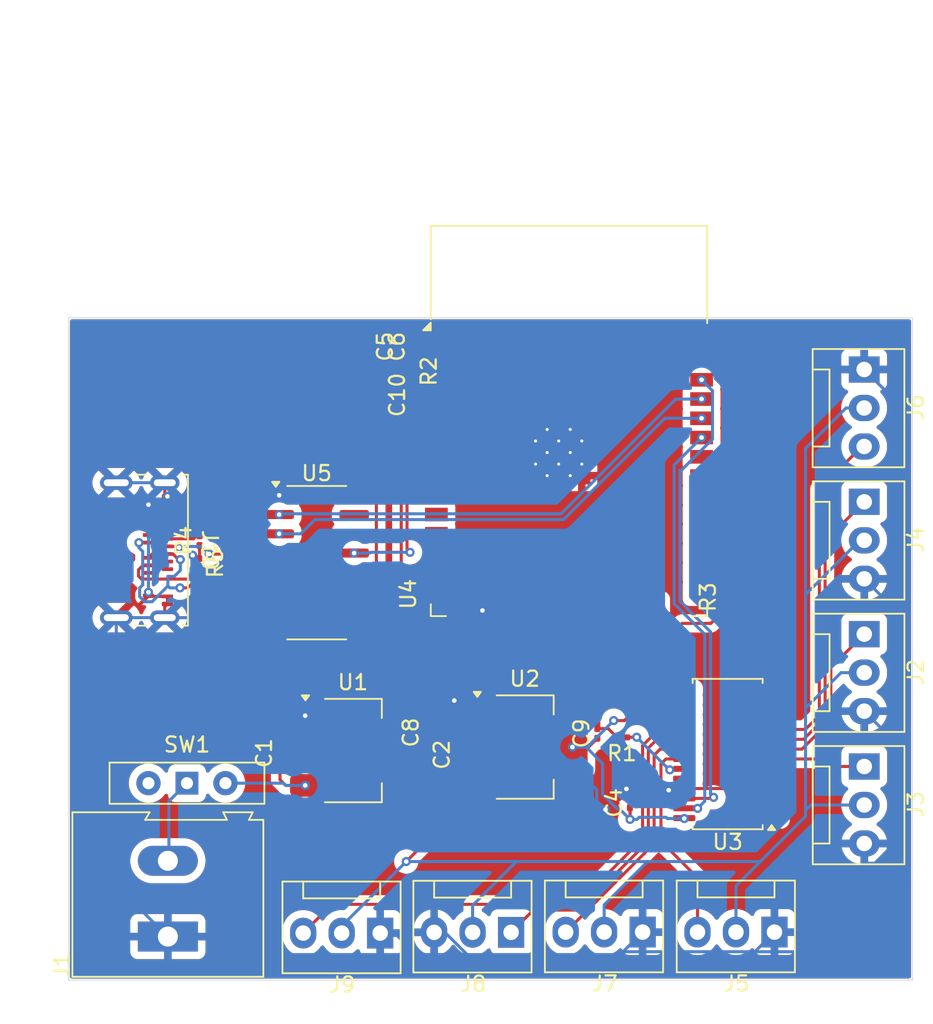
<source format=kicad_pcb>
(kicad_pcb (version 20241229) (generator "pcbnew") (generator_version "9.0")
  (layers (0 "F.Cu" signal) (2 "B.Cu" signal) (13 "F.Paste" user) (15 "B.Paste" user) (5 "F.SilkS" user "F.Silkscreen") (7 "B.SilkS" user "B.Silkscreen") (1 "F.Mask" user) (3 "B.Mask" user) (25 "Edge.Cuts" user))
  (net 0 "")
  (net 1 "GND")
  (net 2 "/12v")
  (net 3 "/5v")
  (net 4 "/EN")
  (net 5 "/3.3v")
  (net 6 "/2")
  (net 7 "/3")
  (net 8 "/4")
  (net 9 "/5")
  (net 10 "/6")
  (net 11 "/7")
  (net 12 "/D-")
  (net 13 "Net-(J10-CC2)")
  (net 14 "Net-(J10-CC1)")
  (net 16 "Net-(SW1-A)")
  (net 17 "/D+")
  (net 19 "/OE")
  (net 20 "/BOOT")
  (net 21 "/8")
  (net 23 "/SDA")
  (net 25 "/9")
  (net 30 "/SCL")
  (net 39 "/DTR")
  (net 48 "/TX")
  (net 65 "/RX")
  (footprint "Connector_USB:USB_C_Receptacle_Amphenol_124019772112A" (layer "F.Cu") (at 136.33 94.14 -90)
    (property "Reference" "J10")
    (property "Value" "USB_C_Receptacle_USB2.0_16P")
  )
  (footprint "Resistor_SMD:R_0201_0603Metric" (layer "F.Cu") (at 141.63 95.01 -90)
    (property "Reference" "R5")
    (property "Value" "5.1k")
  )
  (footprint "Capacitor_SMD:C_0201_0603Metric" (layer "F.Cu") (at 170.05 110.81 90)
    (property "Reference" "C4")
    (property "Value" "0.1 uF")
  )
  (footprint "Resistor_SMD:R_0201_0603Metric" (layer "F.Cu") (at 169.52 106.49 180)
    (property "Reference" "R1")
    (property "Value" "10k")
  )
  (footprint "Capacitor_SMD:C_0201_0603Metric" (layer "F.Cu") (at 155.74 83.9 90)
    (property "Reference" "C10")
    (property "Value" "0.1 uF")
  )
  (footprint "Connector:FanPinHeader_1x03_P2.54mm_Vertical" (layer "F.Cu") (at 185.515 99.68 -90)
    (property "Reference" "J2")
    (property "Value" "Conn_01x03_Pin")
  )
  (footprint "TerminalBlock:TerminalBlock_Altech_AK300-2_P5.00mm" (layer "F.Cu") (at 139.56 119.63 90)
    (property "Reference" "J1")
    (property "Value" "Screw_Terminal_01x02")
  )
  (footprint "Resistor_SMD:R_0201_0603Metric" (layer "F.Cu") (at 155.73 82.34 -90)
    (property "Reference" "R2")
    (property "Value" "10k")
  )
  (footprint "Capacitor_SMD:C_0201_0603Metric" (layer "F.Cu") (at 156.59 107.64 -90)
    (property "Reference" "C2")
    (property "Value" "10 uF")
  )
  (footprint "Capacitor_SMD:C_0201_0603Metric" (layer "F.Cu") (at 146.96 107.53 90)
    (property "Reference" "C1")
    (property "Value" "10 uF")
  )
  (footprint "Connector:FanPinHeader_1x03_P2.54mm_Vertical" (layer "F.Cu") (at 153.57 119.4 180)
    (property "Reference" "J9")
    (property "Value" "Conn_01x03_Pin")
  )
  (footprint "Resistor_SMD:R_0201_0603Metric" (layer "F.Cu") (at 141.65 93.51 90)
    (property "Reference" "R4")
    (property "Value" "5.1k")
  )
  (footprint "Capacitor_SMD:C_0201_0603Metric" (layer "F.Cu") (at 156.64 106.17 90)
    (property "Reference" "C8")
    (property "Value" "0.1 mF")
  )
  (footprint "Capacitor_SMD:C_0201_0603Metric" (layer "F.Cu") (at 154.94 80.71 90)
    (property "Reference" "C5")
    (property "Value" "22 uF")
  )
  (footprint "Package_TO_SOT_SMD:SOT-223-3_TabPin2" (layer "F.Cu") (at 151.77 107.3575)
    (property "Reference" "U1")
    (property "Value" "NCP1117-1.5_SOT223")
  )
  (footprint "RF_Module:ESP32-WROOM-32" (layer "F.Cu") (at 166.03 88.61)
    (property "Reference" "U4")
    (property "Value" "ESP32-WROOM-32")
  )
  (footprint "Connector:FanPinHeader_1x03_P2.54mm_Vertical" (layer "F.Cu") (at 162.21 119.35 180)
    (property "Reference" "J8")
    (property "Value" "Conn_01x03_Pin")
  )
  (footprint "Button_Switch_THT:SW_Slide-03_Wuerth-WS-SLTV_10x2.5x6.4_P2.54mm" (layer "F.Cu") (at 140.82 109.51)
    (property "Reference" "SW1")
    (property "Value" "SW_Wuerth_450301014042")
  )
  (footprint "Connector:FanPinHeader_1x03_P2.54mm_Vertical" (layer "F.Cu") (at 170.89 119.335 180)
    (property "Reference" "J7")
    (property "Value" "Conn_01x03_Pin")
  )
  (footprint "Capacitor_SMD:C_0201_0603Metric" (layer "F.Cu") (at 155.72 80.72 90)
    (property "Reference" "C6")
    (property "Value" "100 nF")
  )
  (footprint "Package_SO:TSSOP-28_4.4x9.7mm_P0.65mm" (layer "F.Cu") (at 176.5 107.59 180)
    (property "Reference" "U3")
    (property "Value" "PCA9685PW")
  )
  (footprint "Connector:FanPinHeader_1x03_P2.54mm_Vertical" (layer "F.Cu") (at 185.515 108.41 -90)
    (property "Reference" "J3")
    (property "Value" "Conn_01x03_Pin")
  )
  (footprint "Connector:FanPinHeader_1x03_P2.54mm_Vertical" (layer "F.Cu") (at 185.51 82.22 -90)
    (property "Reference" "J6")
    (property "Value" "Conn_01x03_Pin")
  )
  (footprint "Connector:FanPinHeader_1x03_P2.54mm_Vertical" (layer "F.Cu") (at 185.515 90.95 -90)
    (property "Reference" "J4")
    (property "Value" "Conn_01x03_Pin")
  )
  (footprint "Package_SO:SOIC-16_3.9x9.9mm_P1.27mm" (layer "F.Cu") (at 149.38 94.965)
    (property "Reference" "U5")
    (property "Value" "CH340C")
  )
  (footprint "Capacitor_SMD:C_0201_0603Metric" (layer "F.Cu") (at 167.9 106.23 90)
    (property "Reference" "C9")
    (property "Value" "100 mF")
  )
  (footprint "Package_TO_SOT_SMD:SOT-223-3_TabPin2" (layer "F.Cu") (at 163.11 107.1275)
    (property "Reference" "U2")
    (property "Value" "LM1117MP-3.3")
  )
  (footprint "Connector:FanPinHeader_1x03_P2.54mm_Vertical" (layer "F.Cu") (at 179.59 119.335 180)
    (property "Reference" "J5")
    (property "Value" "Conn_01x03_Pin")
  )
  (footprint "Resistor_SMD:R_0201_0603Metric" (layer "F.Cu") (at 176.25 97.24 90)
    (property "Reference" "R3")
    (property "Value" "10k")
  )
  (gr_rect (start 133 78.81) (end 188.7 122.5) (stroke (width 0.05)) (fill no) (layer "Edge.Cuts"))
  (segment (start 168.96 110.73) (end 168.439878 111.250122) (width 0.2) (layer "F.Cu") (net 1))
  (segment (start 157.24 80.4) (end 157.28 80.36) (width 0.2) (layer "F.Cu") (net 1))
  (segment (start 159.96 105.18) (end 159.96 104.8275) (width 0.2) (layer "F.Cu") (net 1))
  (segment (start 141.610732 94.69) (end 141.63 94.69) (width 0.2) (layer "F.Cu") (net 1))
  (segment (start 172.714 109.865) (end 173.6375 109.865) (width 0.2) (layer "F.Cu") (net 1))
  (segment (start 159.2275 104.8275) (end 158.46 104.06) (width 0.2) (layer "F.Cu") (net 1))
  (segment (start 141.506842 94.58611) (end 141.610732 94.69) (width 0.2) (layer "F.Cu") (net 1))
  (segment (start 141.30611 94.58611) (end 141.506842 94.58611) (width 0.2) (layer "F.Cu") (net 1))
  (segment (start 169.82 109.889955) (end 168.979955 110.73) (width 0.2) (layer "F.Cu") (net 1))
  (segment (start 169.82 109.889955) (end 169.82 110.09977) (width 0.2) (layer "F.Cu") (net 1))
  (segment (start 167.9 105.91) (end 168.62 105.91) (width 0.2) (layer "F.Cu") (net 1))
  (segment (start 169.2 106.689999) (end 169.2 106.49) (width 0.2) (layer "F.Cu") (net 1))
  (segment (start 158.01 80.36) (end 163.825 86.175) (width 0.2) (layer "F.Cu") (net 1))
  (segment (start 146.96 106.7175) (end 148.62 105.0575) (width 0.2) (layer "F.Cu") (net 1))
  (segment (start 139.53 97.19) (end 138.33 97.19) (width 0.2) (layer "F.Cu") (net 1))
  (segment (start 141.65 94.67) (end 141.63 94.69) (width 0.2) (layer "F.Cu") (net 1))
  (segment (start 156.59 107.96) (end 157.18 107.96) (width 0.2) (layer "F.Cu") (net 1))
  (segment (start 178.32 108.48) (end 176.935 109.865) (width 0.2) (layer "F.Cu") (net 1))
  (segment (start 141.65 93.83) (end 141.65 94.67) (width 0.2) (layer "F.Cu") (net 1))
  (segment (start 172.69 80.36) (end 174.78 80.36) (width 0.2) (layer "F.Cu") (net 1))
  (segment (start 146.96 107.21) (end 146.96 106.7175) (width 0.2) (layer "F.Cu") (net 1))
  (segment (start 163.825 89.225) (end 160.32 92.73) (width 0.2) (layer "F.Cu") (net 1))
  (segment (start 139.53 90.59) (end 139.53 91.09) (width 0.2) (layer "F.Cu") (net 1))
  (segment (start 176.935 109.865) (end 173.6375 109.865) (width 0.2) (layer "F.Cu") (net 1))
  (segment (start 159.96 104.8275) (end 159.2275 104.8275) (width 0.2) (layer "F.Cu") (net 1))
  (segment (start 155.72 80.4) (end 157.24 80.4) (width 0.2) (layer "F.Cu") (net 1))
  (segment (start 170.04014 109.669815) (end 170.04014 109.46) (width 0.2) (layer "F.Cu") (net 1))
  (segment (start 179.3625 103.365) (end 178.625001 103.365) (width 0.2) (layer "F.Cu") (net 1))
  (segment (start 178.625001 103.365) (end 178.32 103.670001) (width 0.2) (layer "F.Cu") (net 1))
  (segment (start 156.64 105.85) (end 158.9375 105.85) (width 0.2) (layer "F.Cu") (net 1))
  (segment (start 138.28 97.14) (end 138.28 96.917561) (width 0.2) (layer "F.Cu") (net 1))
  (segment (start 169.82 110.09977) (end 170.067412 110.347182) (width 0.2) (layer "F.Cu") (net 1))
  (segment (start 138.33 97.19) (end 138.28 97.14) (width 0.2) (layer "F.Cu") (net 1))
  (segment (start 158.9375 105.85) (end 159.96 104.8275) (width 0.2) (layer "F.Cu") (net 1))
  (segment (start 172.609 109.97) (end 172.714 109.865) (width 0.2) (layer "F.Cu") (net 1))
  (segment (start 170.067412 110.347182) (end 170.067412 110.472588) (width 0.2) (layer "F.Cu") (net 1))
  (segment (start 139.355 98.59) (end 139.355 97.865) (width 0.2) (layer "F.Cu") (net 1))
  (segment (start 173.6375 109.865) (end 173.5475 109.955) (width 0.2) (layer "F.Cu") (net 1))
  (segment (start 141.195 94.475) (end 141.30611 94.58611) (width 0.2) (layer "F.Cu") (net 1))
  (segment (start 160.32 92.73) (end 160.32 98.12) (width 0.2) (layer "F.Cu") (net 1))
  (segment (start 168.979955 110.73) (end 168.96 110.73) (width 0.2) (layer "F.Cu") (net 1))
  (segment (start 170.04014 109.46) (end 170.505 108.99514) (width 0.2) (layer "F.Cu") (net 1))
  (segment (start 154.94 80.39) (end 155.71 80.39) (width 0.2) (layer "F.Cu") (net 1))
  (segment (start 139.355 97.865) (end 139.53 97.69) (width 0.2) (layer "F.Cu") (net 1))
  (segment (start 169.82 109.889955) (end 170.04014 109.669815) (width 0.2) (layer "F.Cu") (net 1))
  (segment (start 139.355 89.69) (end 139.355 90.415) (width 0.2) (layer "F.Cu") (net 1))
  (segment (start 166.875 86.175) (end 172.69 80.36) (width 0.2) (layer "F.Cu") (net 1))
  (segment (start 168.62 105.91) (end 169.2 106.49) (width 0.2) (layer "F.Cu") (net 1))
  (segment (start 170.505 108.99514) (end 170.505 107.994999) (width 0.2) (layer "F.Cu") (net 1))
  (segment (start 139.355 90.415) (end 139.53 90.59) (width 0.2) (layer "F.Cu") (net 1))
  (segment (start 157.18 107.96) (end 159.96 105.18) (width 0.2) (layer "F.Cu") (net 1))
  (segment (start 178.32 103.670001) (end 178.32 108.48) (width 0.2) (layer "F.Cu") (net 1))
  (segment (start 138.33 91.09) (end 138.28 91.14) (width 0.2) (layer "F.Cu") (net 1))
  (segment (start 138.28 96.917561) (end 138.279 96.916561) (width 0.2) (layer "F.Cu") (net 1))
  (segment (start 155.71 80.39) (end 155.72 80.4) (width 0.2) (layer "F.Cu") (net 1))
  (segment (start 170.067412 110.472588) (end 170.05 110.49) (width 0.2) (layer "F.Cu") (net 1))
  (segment (start 139.53 91.09) (end 138.33 91.09) (width 0.2) (layer "F.Cu") (net 1))
  (segment (start 139.53 97.69) (end 139.53 97.19) (width 0.2) (layer "F.Cu") (net 1))
  (segment (start 170.505 107.994999) (end 169.2 106.689999) (width 0.2) (layer "F.Cu") (net 1))
  (segment (start 157.28 80.36) (end 158.01 80.36) (width 0.2) (layer "F.Cu") (net 1))
  (via (at 169.82 109.889955) (size 0.6) (drill 0.3) (layers "F.Cu" "B.Cu") (net 1))
  (via (at 139.53 90.59) (size 0.6) (drill 0.3) (layers "F.Cu" "B.Cu") (net 1))
  (via (at 138.28 91.14) (size 0.6) (drill 0.3) (layers "F.Cu" "B.Cu") (net 1))
  (via (at 160.32 98.12) (size 0.6) (drill 0.3) (layers "F.Cu" "B.Cu") (net 1))
  (via (at 141.195 94.475) (size 0.6) (drill 0.3) (layers "F.Cu" "B.Cu") (net 1))
  (via (at 138.279 96.916561) (size 0.6) (drill 0.3) (layers "F.Cu" "B.Cu") (net 1))
  (via (at 158.46 104.06) (size 0.6) (drill 0.3) (layers "F.Cu" "B.Cu") (net 1))
  (via (at 146.905 90.52) (size 0.6) (drill 0.3) (layers "F.Cu" "B.Cu") (net 1))
  (via (at 168.439878 111.250122) (size 0.6) (drill 0.3) (layers "F.Cu" "B.Cu") (net 1))
  (via (at 148.62 105.0575) (size 0.6) (drill 0.3) (layers "F.Cu" "B.Cu") (net 1))
  (via (at 172.609 109.97) (size 0.6) (drill 0.3) (layers "F.Cu" "B.Cu") (net 1))
  (segment (start 169.405 120.82) (end 159.31 120.82) (width 0.2) (layer "B.Cu") (net 1))
  (segment (start 185.515 118.175) (end 185.515 114.79) (width 0.2) (layer "B.Cu") (net 1))
  (segment (start 169.594 120.631) (end 170.89 119.335) (width 0.2) (layer "B.Cu") (net 1))
  (segment (start 157.13 119.35) (end 157.84 119.35) (width 0.2) (layer "B.Cu") (net 1))
  (segment (start 157.13 119.886) (end 157.14 119.896) (width 0.2) (layer "B.Cu") (net 1))
  (segment (start 158.46 104.06) (end 157.84 103.44) (width 0.2) (layer "B.Cu") (net 1))
  (segment (start 154.53 119.4) (end 155.95 120.82) (width 0.2) (layer "B.Cu") (net 1))
  (segment (start 178.294 120.631) (end 179.59 119.335) (width 0.2) (layer "B.Cu") (net 1))
  (segment (start 159.31 120.82) (end 155.95 120.82) (width 0.2) (layer "B.Cu") (net 1))
  (segment (start 141.195 94.475) (end 141.141676 94.528324) (width 0.2) (layer "B.Cu") (net 1))
  (segment (start 185.51 82.22) (end 187.115 83.825) (width 0.2) (layer "B.Cu") (net 1))
  (segment (start 168.439878 111.250122) (end 167.87 110.680244) (width 0.2) (layer "B.Cu") (net 1))
  (segment (start 169.594 120.631) (end 169.405 120.82) (width 0.2) (layer "B.Cu") (net 1))
  (segment (start 167.87 110.680244) (end 167.87 109.95) (width 0.2) (layer "B.Cu") (net 1))
  (segment (start 146.265 119.715) (end 147.37 120.82) (width 0.2) (layer "B.Cu") (net 1))
  (segment (start 141.141676 98.551676) (end 141.18 98.59) (width 0.2) (layer "B.Cu") (net 1))
  (segment (start 185.515 114.79) (end 186.21 114.79) (width 0.2) (layer "B.Cu") (net 1))
  (segment (start 139.55 90.57) (end 145.77 90.57) (width 0.2) (layer "B.Cu") (net 1))
  (segment (start 138.28 96.915561) (end 138.279 96.916561) (width 0.2) (layer "B.Cu") (net 1))
  (segment (start 147.37 120.82) (end 155.95 120.82) (width 0.2) (layer "B.Cu") (net 1))
  (segment (start 187.115 106.36) (end 185.515 104.76) (width 0.2) (layer "B.Cu") (net 1))
  (segment (start 145.77 90.57) (end 145.82 90.52) (width 0.2) (layer "B.Cu") (net 1))
  (segment (start 167.87 109.95) (end 161.36 103.44) (width 0.2) (layer "B.Cu") (net 1))
  (segment (start 153.57 119.4) (end 153.58 119.41) (width 0.2) (layer "B.Cu") (net 1))
  (segment (start 141.141676 94.528324) (end 141.141676 98.551676) (width 0.2) (layer "B.Cu") (net 1))
  (segment (start 187.24 113.76) (end 187.15 113.67) (width 0.2) (layer "B.Cu") (net 1))
  (segment (start 148.62 105.0575) (end 147.6475 105.0575) (width 0.2) (layer "B.Cu") (net 1))
  (segment (start 187.115 97.63) (end 185.515 96.03) (width 0.2) (layer "B.Cu") (net 1))
  (segment (start 139.545 119.63) (end 139.56 119.63) (width 0.2) (layer "B.Cu") (net 1))
  (segment (start 141.18 98.59) (end 139.355 98.59) (width 0.2) (layer "B.Cu") (net 1))
  (segment (start 153.58 119.41) (end 153.58 119.896) (width 0.2) (layer "B.Cu") (net 1))
  (segment (start 157.84 103.44) (end 146.03 103.44) (width 0.2) (layer "B.Cu") (net 1))
  (segment (start 178.294 120.631) (end 183.059 120.631) (width 0.2) (layer "B.Cu") (net 1))
  (segment (start 187.15 113.67) (end 187.15 106.36) (width 0.2) (layer "B.Cu") (net 1))
  (segment (start 161.36 103.44) (end 160.32 102.4) (width 0.2) (layer "B.Cu") (net 1))
  (segment (start 169.82 109.889955) (end 170.455955 109.889955) (width 0.2) (layer "B.Cu") (net 1))
  (segment (start 139.53 90.59) (end 139.55 90.57) (width 0.2) (layer "B.Cu") (net 1))
  (segment (start 139.645 119.715) (end 146.265 119.715) (width 0.2) (layer "B.Cu") (net 1))
  (segment (start 136.155 116.24) (end 139.545 119.63) (width 0.2) (layer "B.Cu") (net 1))
  (segment (start 169.594 120.631) (end 178.294 120.631) (width 0.2) (layer "B.Cu") (net 1))
  (segment (start 153.57 119.4) (end 154.53 119.4) (width 0.2) (layer "B.Cu") (net 1))
  (segment (start 146.03 103.44) (end 141.18 98.59) (width 0.2) (layer "B.Cu") (net 1))
  (segment (start 183.059 120.631) (end 185.515 118.175) (width 0.2) (layer "B.Cu") (net 1))
  (segment (start 170.455955 109.889955) (end 170.536 109.97) (width 0.2) (layer "B.Cu") (net 1))
  (segment (start 136.155 89.69) (end 139.355 89.69) (width 0.2) (layer "B.Cu") (net 1))
  (segment (start 138.28 91.14) (end 138.28 96.915561) (width 0.2) (layer "B.Cu") (net 1))
  (segment (start 157.13 119.35) (end 157.13 119.886) (width 0.2) (layer "B.Cu") (net 1))
  (segment (start 136.155 98.59) (end 139.355 98.59) (width 0.2) (layer "B.Cu") (net 1))
  (segment (start 157.84 119.35) (end 159.31 120.82) (width 0.2) (layer "B.Cu") (net 1))
  (segment (start 187.115 106.36) (end 187.115 97.63) (width 0.2) (layer "B.Cu") (net 1))
  (segment (start 185.515 114.79) (end 185.515 113.49) (width 0.2) (layer "B.Cu") (net 1))
  (segment (start 136.155 98.59) (end 136.155 116.24) (width 0.2) (layer "B.Cu") (net 1))
  (segment (start 186.21 114.79) (end 187.24 113.76) (width 0.2) (layer "B.Cu") (net 1))
  (segment (start 145.82 90.52) (end 146.905 90.52) (width 0.2) (layer "B.Cu") (net 1))
  (segment (start 147.6475 105.0575) (end 146.03 103.44) (width 0.2) (layer "B.Cu") (net 1))
  (segment (start 187.15 106.36) (end 187.115 106.36) (width 0.2) (layer "B.Cu") (net 1))
  (segment (start 160.32 102.4) (end 160.32 98.12) (width 0.2) (layer "B.Cu") (net 1))
  (segment (start 139.56 119.63) (end 139.645 119.715) (width 0.2) (layer "B.Cu") (net 1))
  (segment (start 161.36 103.44) (end 157.84 103.44) (width 0.2) (layer "B.Cu") (net 1))
  (segment (start 187.115 83.825) (end 187.115 97.63) (width 0.2) (layer "B.Cu") (net 1))
  (segment (start 170.536 109.97) (end 172.609 109.97) (width 0.2) (layer "B.Cu") (net 1))
  (segment (start 139.63 110.7) (end 140.82 109.51) (width 0.2) (layer "B.Cu") (net 2))
  (segment (start 139.63 114.56) (end 139.63 110.7) (width 0.2) (layer "B.Cu") (net 2))
  (segment (start 139.56 114.63) (end 139.63 114.56) (width 0.2) (layer "B.Cu") (net 2))
  (segment (start 153.32 105.7575) (end 153.32 91.010001) (width 0.2) (layer "F.Cu") (net 3))
  (segment (start 155.7875 106.49) (end 156.64 106.49) (width 0.2) (layer "F.Cu") (net 3))
  (segment (start 156.99 109.4275) (end 156.99 112.98) (width 0.2) (layer "F.Cu") (net 3))
  (segment (start 153.32 91.010001) (end 152.829999 90.52) (width 0.2) (layer "F.Cu") (net 3))
  (segment (start 154.92 107.3575) (end 156.99 109.4275) (width 0.2) (layer "F.Cu") (net 3))
  (segment (start 154.92 107.3575) (end 155.60125 108.03875) (width 0.2) (layer "F.Cu") (net 3))
  (segment (start 156.5525 107.3575) (end 156.59 107.32) (width 0.2) (layer "F.Cu") (net 3))
  (segment (start 157.285914 109.4275) (end 159.96 109.4275) (width 0.2) (layer "F.Cu") (net 3))
  (segment (start 152.829999 90.52) (end 151.855 90.52) (width 0.2) (layer "F.Cu") (net 3))
  (segment (start 148.62 107.3575) (end 154.92 107.3575) (width 0.2) (layer "F.Cu") (net 3))
  (segment (start 154.92 107.3575) (end 156.5525 107.3575) (width 0.2) (layer "F.Cu") (net 3))
  (segment (start 155.897164 108.03875) (end 157.285914 109.4275) (width 0.2) (layer "F.Cu") (net 3))
  (segment (start 154.92 107.3575) (end 155.7875 106.49) (width 0.2) (layer "F.Cu") (net 3))
  (segment (start 154.92 107.3575) (end 153.32 105.7575) (width 0.2) (layer "F.Cu") (net 3))
  (segment (start 156.99 112.98) (end 155.29 114.68) (width 0.2) (layer "F.Cu") (net 3))
  (segment (start 155.60125 108.03875) (end 155.897164 108.03875) (width 0.2) (layer "F.Cu") (net 3))
  (via (at 155.29 114.68) (size 0.6) (drill 0.3) (layers "F.Cu" "B.Cu") (net 3))
  (segment (start 155.29 114.68) (end 162.42 114.68) (width 0.2) (layer "B.Cu") (net 3))
  (segment (start 162.42 114.68) (end 162.56 114.68) (width 0.2) (layer "B.Cu") (net 3))
  (segment (start 151.37 118.6) (end 150.89 118.6) (width 0.2) (layer "B.Cu") (net 3))
  (segment (start 168.35 117.54) (end 171.21 114.68) (width 0.2) (layer "B.Cu") (net 3))
  (segment (start 185.22 93.49) (end 181.64 97.07) (width 0.2) (layer "B.Cu") (net 3))
  (segment (start 184.31 84.76) (end 185.51 84.76) (width 0.2) (layer "B.Cu") (net 3))
  (segment (start 151.03 118.94) (end 155.29 114.68) (width 0.2) (layer "B.Cu") (net 3))
  (segment (start 181.64 104.56) (end 181.64 97.07) (width 0.2) (layer "B.Cu") (net 3))
  (segment (start 159.67 119.35) (end 159.67 117.57) (width 0.2) (layer "B.Cu") (net 3))
  (segment (start 177.05 116.29) (end 178.66 114.68) (width 0.2) (layer "B.Cu") (net 3))
  (segment (start 185.515 110.95) (end 182 110.95) (width 0.2) (layer "B.Cu") (net 3))
  (segment (start 185.515 93.49) (end 185.22 93.49) (width 0.2) (layer "B.Cu") (net 3))
  (segment (start 181.64 111.31) (end 181.64 104.56) (width 0.2) (layer "B.Cu") (net 3))
  (segment (start 171.21 114.68) (end 178.66 114.68) (width 0.2) (layer "B.Cu") (net 3))
  (segment (start 162.56 114.68) (end 171.21 114.68) (width 0.2) (layer "B.Cu") (net 3))
  (segment (start 168.35 119.335) (end 168.35 117.54) (width 0.2) (layer "B.Cu") (net 3))
  (segment (start 181.64 111.7) (end 181.64 111.31) (width 0.2) (layer "B.Cu") (net 3))
  (segment (start 183.98 102.22) (end 181.64 104.56) (width 0.2) (layer "B.Cu") (net 3))
  (segment (start 151.03 119.4) (end 151.03 118.94) (width 0.2) (layer "B.Cu") (net 3))
  (segment (start 182 110.95) (end 181.64 111.31) (width 0.2) (layer "B.Cu") (net 3))
  (segment (start 181.64 97.07) (end 181.64 87.43) (width 0.2) (layer "B.Cu") (net 3))
  (segment (start 159.67 117.57) (end 162.56 114.68) (width 0.2) (layer "B.Cu") (net 3))
  (segment (start 181.64 87.43) (end 184.31 84.76) (width 0.2) (layer "B.Cu") (net 3))
  (segment (start 185.515 102.22) (end 183.98 102.22) (width 0.2) (layer "B.Cu") (net 3))
  (segment (start 177.05 119.335) (end 177.05 116.29) (width 0.2) (layer "B.Cu") (net 3))
  (segment (start 178.66 114.68) (end 181.64 111.7) (width 0.2) (layer "B.Cu") (net 3))
  (segment (start 156.42 82.9) (end 157.28 82.9) (width 0.2) (layer "F.Cu") (net 4))
  (segment (start 155.74 83.58) (end 156.42 82.9) (width 0.2) (layer "F.Cu") (net 4))
  (segment (start 157.04 82.66) (end 157.28 82.9) (width 0.2) (layer "F.Cu") (net 4))
  (segment (start 155.73 82.66) (end 157.04 82.66) (width 0.2) (layer "F.Cu") (net 4))
  (segment (start 154.96 101.11) (end 154.96 82.590001) (width 0.2) (layer "F.Cu") (net 5))
  (segment (start 170.063038 111.895364) (end 170.063038 111.143038) (width 0.2) (layer "F.Cu") (net 5))
  (segment (start 170.063038 111.143038) (end 170.05 111.13) (width 0.2) (layer "F.Cu") (net 5))
  (segment (start 155.71 81.03) (end 155.72 81.04) (width 0.2) (layer "F.Cu") (net 5))
  (segment (start 156.57 102.72) (end 154.96 101.11) (width 0.2) (layer "F.Cu") (net 5))
  (segment (start 154.96 82.590001) (end 155.530001 82.02) (width 0.2) (layer "F.Cu") (net 5))
  (segment (start 161.8525 102.72) (end 156.57 102.72) (width 0.2) (layer "F.Cu") (net 5))
  (segment (start 166.26 107.1275) (end 161.8525 102.72) (width 0.2) (layer "F.Cu") (net 5))
  (segment (start 169.68 105.38) (end 172.41 102.65) (width 0.2) (layer "F.Cu") (net 5))
  (segment (start 155.530001 82.02) (end 155.73 82.02) (width 0.2) (layer "F.Cu") (net 5))
  (segment (start 155.73 82.02) (end 155.92 82.02) (width 0.2) (layer "F.Cu") (net 5))
  (segment (start 176.25 98.11) (end 176.25 97.56) (width 0.2) (layer "F.Cu") (net 5))
  (segment (start 173.6375 111.845) (end 173.6375 111.815) (width 0.2) (layer "F.Cu") (net 5))
  (segment (start 155.72 82.01) (end 155.73 82.02) (width 0.2) (layer "F.Cu") (net 5))
  (segment (start 170.058415 111.899987) (end 170.063038 111.895364) (width 0.2) (layer "F.Cu") (net 5))
  (segment (start 170.05 111.186962) (end 170.05 111.13) (width 0.2) (layer "F.Cu") (net 5))
  (segment (start 156.31 81.63) (end 157.28 81.63) (width 0.2) (layer "F.Cu") (net 5))
  (segment (start 154.94 81.03) (end 155.71 81.03) (width 0.2) (layer "F.Cu") (net 5))
  (segment (start 175.39 98.97) (end 176.25 98.11) (width 0.2) (layer "F.Cu") (net 5))
  (segment (start 172.41 100.06) (end 173.5 98.97) (width 0.2) (layer "F.Cu") (net 5))
  (segment (start 168.98 105.38) (end 169.68 105.38) (width 0.2) (layer "F.Cu") (net 5))
  (segment (start 167.3225 107.1275) (end 167.9 106.55) (width 0.2) (layer "F.Cu") (net 5))
  (segment (start 155.92 82.02) (end 156.31 81.63) (width 0.2) (layer "F.Cu") (net 5))
  (segment (start 172.41 102.65) (end 172.41 100.06) (width 0.2) (layer "F.Cu") (net 5))
  (segment (start 155.72 81.04) (end 156.31 81.63) (width 0.2) (layer "F.Cu") (net 5))
  (segment (start 166.26 107.1275) (end 167.3225 107.1275) (width 0.2) (layer "F.Cu") (net 5))
  (segment (start 173.5 98.97) (end 175.39 98.97) (width 0.2) (layer "F.Cu") (net 5))
  (segment (start 170.058415 111.195377) (end 170.05 111.186962) (width 0.2) (layer "F.Cu") (net 5))
  (segment (start 166.26 107.1275) (end 159.96 107.1275) (width 0.2) (layer "F.Cu") (net 5))
  (segment (start 170.058415 111.899987) (end 170.058415 111.195377) (width 0.2) (layer "F.Cu") (net 5))
  (via (at 170.058415 111.899987) (size 0.6) (drill 0.3) (layers "F.Cu" "B.Cu") (net 5))
  (via (at 173.6375 111.845) (size 0.6) (drill 0.3) (layers "F.Cu" "B.Cu") (net 5))
  (via (at 168.98 105.38) (size 0.6) (drill 0.3) (layers "F.Cu" "B.Cu") (net 5))
  (via (at 166.26 107.1275) (size 0.6) (drill 0.3) (layers "F.Cu" "B.Cu") (net 5))
  (segment (start 169.21 111.2) (end 169.358428 111.2) (width 0.2) (layer "B.Cu") (net 5))
  (segment (start 166.26 107.1275) (end 167.2325 107.1275) (width 0.2) (layer "B.Cu") (net 5))
  (segment (start 167.1575 107.1275) (end 168.251 108.221) (width 0.2) (layer "B.Cu") (net 5))
  (segment (start 168.251 110.241) (end 169.21 111.2) (width 0.2) (layer "B.Cu") (net 5))
  (segment (start 172.525 111.845) (end 173.6375 111.845) (width 0.2) (layer "B.Cu") (net 5))
  (segment (start 166.26 107.1275) (end 167.1575 107.1275) (width 0.2) (layer "B.Cu") (net 5))
  (segment (start 167.2325 107.1275) (end 168.98 105.38) (width 0.2) (layer "B.Cu") (net 5))
  (segment (start 170.66 111.76) (end 172.44 111.76) (width 0.2) (layer "B.Cu") (net 5))
  (segment (start 168.251 108.221) (end 168.251 110.241) (width 0.2) (layer "B.Cu") (net 5))
  (segment (start 172.44 111.76) (end 172.525 111.845) (width 0.2) (layer "B.Cu") (net 5))
  (segment (start 169.358428 111.2) (end 170.058415 111.899987) (width 0.2) (layer "B.Cu") (net 5))
  (segment (start 170.520013 111.899987) (end 170.66 111.76) (width 0.2) (layer "B.Cu") (net 5))
  (segment (start 170.058415 111.899987) (end 170.520013 111.899987) (width 0.2) (layer "B.Cu") (net 5))
  (segment (start 179.3625 107.915) (end 182.407 107.915) (width 0.2) (layer "F.Cu") (net 6))
  (segment (start 185.515 108.41) (end 182.902 108.41) (width 0.2) (layer "F.Cu") (net 6))
  (segment (start 182.407 107.915) (end 182.902 108.41) (width 0.2) (layer "F.Cu") (net 6))
  (segment (start 182.931 93.534) (end 185.515 90.95) (width 0.2) (layer "F.Cu") (net 7))
  (segment (start 181.513815 106.615) (end 182.931 105.197815) (width 0.2) (layer "F.Cu") (net 7))
  (segment (start 179.3625 106.615) (end 181.513815 106.615) (width 0.2) (layer "F.Cu") (net 7))
  (segment (start 182.931 105.197815) (end 182.931 93.534) (width 0.2) (layer "F.Cu") (net 7))
  (segment (start 185.51 87.3) (end 185.36 87.3) (width 0.2) (layer "F.Cu") (net 8))
  (segment (start 179.3625 105.965) (end 181.625 105.965) (width 0.2) (layer "F.Cu") (net 8))
  (segment (start 182.55 105.04) (end 182.55 90.11) (width 0.2) (layer "F.Cu") (net 8))
  (segment (start 181.625 105.965) (end 182.55 105.04) (width 0.2) (layer "F.Cu") (net 8))
  (segment (start 185.36 87.3) (end 182.55 90.11) (width 0.2) (layer "F.Cu") (net 8))
  (segment (start 170.886 107.034) (end 170.886 113.181368) (width 0.2) (layer "F.Cu") (net 9))
  (segment (start 150.387908 117.502092) (end 148.49 119.4) (width 0.2) (layer "F.Cu") (net 9))
  (segment (start 166.565276 117.502092) (end 150.387908 117.502092) (width 0.2) (layer "F.Cu") (net 9))
  (segment (start 170.886 113.181368) (end 166.565276 117.502092) (width 0.2) (layer "F.Cu") (net 9))
  (segment (start 171.955 105.965) (end 170.886 107.034) (width 0.2) (layer "F.Cu") (net 9))
  (segment (start 173.6375 105.965) (end 171.955 105.965) (width 0.2) (layer "F.Cu") (net 9))
  (segment (start 185.515 99.68) (end 183.312 101.883) (width 0.2) (layer "F.Cu") (net 10))
  (segment (start 179.3625 107.265) (end 181.40263 107.265) (width 0.2) (layer "F.Cu") (net 10))
  (segment (start 181.40263 107.265) (end 183.312 105.355631) (width 0.2) (layer "F.Cu") (net 10))
  (segment (start 183.312 101.883) (end 183.312 105.355631) (width 0.2) (layer "F.Cu") (net 10))
  (segment (start 171.267 107.191816) (end 171.843816 106.615) (width 0.2) (layer "F.Cu") (net 11))
  (segment (start 171.843816 106.615) (end 173.6375 106.615) (width 0.2) (layer "F.Cu") (net 11))
  (segment (start 171.267 113.339183) (end 171.267 107.191816) (width 0.2) (layer "F.Cu") (net 11))
  (segment (start 162.21 119.35) (end 163.676908 117.883092) (width 0.2) (layer "F.Cu") (net 11))
  (segment (start 166.723092 117.883092) (end 171.267 113.339183) (width 0.2) (layer "F.Cu") (net 11))
  (segment (start 163.676908 117.883092) (end 166.723092 117.883092) (width 0.2) (layer "F.Cu") (net 11))
  (segment (start 162.17 118.6) (end 162.07 118.6) (width 0.2) (layer "B.Cu") (net 11))
  (segment (start 145.697318 95.981) (end 144.767816 95.981) (width 0.2) (layer "F.Cu") (net 12))
  (segment (start 140.259202 94.756686) (end 139.892516 94.39) (width 0.2) (layer "F.Cu") (net 12))
  (segment (start 138.077931 93.642069) (end 138.08 93.64) (width 0.2) (layer "F.Cu") (net 12))
  (segment (start 141.189408 96.309408) (end 140.872815 96.626) (width 0.2) (layer "F.Cu") (net 12))
  (segment (start 137.64901 93.642069) (end 138.077931 93.642069) (width 0.2) (layer "F.Cu") (net 12))
  (segment (start 140.872815 96.626) (end 140.36 96.626) (width 0.2) (layer "F.Cu") (net 12))
  (segment (start 139.892516 94.39) (end 139.53 94.39) (width 0.2) (layer "F.Cu") (net 12))
  (segment (start 140.379941 94.756686) (end 140.259202 94.756686) (width 0.2) (layer "F.Cu") (net 12))
  (segment (start 140.380731 94.757476) (end 140.379941 94.756686) (width 0.2) (layer "F.Cu") (net 12))
  (segment (start 144.767816 95.981) (end 141.517816 95.981) (width 0.2) (layer "F.Cu") (net 12))
  (segment (start 141.517816 95.981) (end 141.189408 96.309408) (width 0.2) (layer "F.Cu") (net 12))
  (segment (start 146.905 96.87) (end 146.586318 96.87) (width 0.2) (layer "F.Cu") (net 12))
  (segment (start 146.586318 96.87) (end 145.697318 95.981) (width 0.2) (layer "F.Cu") (net 12))
  (segment (start 138.08 93.64) (end 138.28 93.64) (width 0.2) (layer "F.Cu") (net 12))
  (via (at 140.36 96.626) (size 0.6) (drill 0.3) (layers "F.Cu" "B.Cu") (net 12))
  (via (at 140.380731 94.757476) (size 0.6) (drill 0.3) (layers "F.Cu" "B.Cu") (net 12))
  (via (at 137.64901 93.642069) (size 0.6) (drill 0.3) (layers "F.Cu" "B.Cu") (net 12))
  (segment (start 137.899 94.219) (end 137.899 96.43) (width 0.2) (layer "B.Cu") (net 12))
  (segment (start 138.520659 97.541) (end 139.56 96.501659) (width 0.2) (layer "B.Cu") (net 12))
  (segment (start 140.380731 94.757476) (end 140.385786 94.762531) (width 0.2) (layer "B.Cu") (net 12))
  (segment (start 137.699 96.63) (end 137.699 97.200659) (width 0.2) (layer "B.Cu") (net 12))
  (segment (start 140.385786 94.762531) (end 140.385786 95.465158) (width 0.2) (layer "B.Cu") (net 12))
  (segment (start 139.980944 95.87) (end 139.56 95.87) (width 0.2) (layer "B.Cu") (net 12))
  (segment (start 140.36 96.626) (end 139.684341 96.626) (width 0.2) (layer "B.Cu") (net 12))
  (segment (start 140.385786 95.465158) (end 139.980944 95.87) (width 0.2) (layer "B.Cu") (net 12))
  (segment (start 138.039341 97.541) (end 138.520659 97.541) (width 0.2) (layer "B.Cu") (net 12))
  (segment (start 137.64901 93.642069) (end 137.64901 93.96901) (width 0.2) (layer "B.Cu") (net 12))
  (segment (start 137.699 97.200659) (end 138.039341 97.541) (width 0.2) (layer "B.Cu") (net 12))
  (segment (start 139.684341 96.626) (end 139.56 96.501659) (width 0.2) (layer "B.Cu") (net 12))
  (segment (start 139.56 95.87) (end 139.56 96.501659) (width 0.2) (layer "B.Cu") (net 12))
  (segment (start 137.899 96.43) (end 137.699 96.63) (width 0.2) (layer "B.Cu") (net 12))
  (segment (start 137.64901 93.96901) (end 137.899 94.219) (width 0.2) (layer "B.Cu") (net 12))
  (segment (start 137.624 95.846516) (end 137.624 95.433484) (width 0.2) (layer "F.Cu") (net 13))
  (segment (start 141.63 95.33) (end 140.914 96.046) (width 0.2) (layer "F.Cu") (net 13))
  (segment (start 137.917484 95.14) (end 138.28 95.14) (width 0.2) (layer "F.Cu") (net 13))
  (segment (start 137.823484 96.046) (end 137.624 95.846516) (width 0.2) (layer "F.Cu") (net 13))
  (segment (start 140.914 96.046) (end 137.823484 96.046) (width 0.2) (layer "F.Cu") (net 13))
  (segment (start 137.624 95.433484) (end 137.917484 95.14) (width 0.2) (layer "F.Cu") (net 13))
  (segment (start 141.450001 93.19) (end 141.250001 93.39) (width 0.2) (layer "F.Cu") (net 14))
  (segment (start 141.65 93.19) (end 141.450001 93.19) (width 0.2) (layer "F.Cu") (net 14))
  (segment (start 141.250001 93.39) (end 139.53 93.39) (width 0.2) (layer "F.Cu") (net 14))
  (segment (start 147.3375 109.6575) (end 148.62 109.6575) (width 0.2) (layer "F.Cu") (net 16))
  (segment (start 146.96 109.28) (end 146.96 107.85) (width 0.2) (layer "F.Cu") (net 16))
  (segment (start 147.3375 109.6575) (end 146.96 109.28) (width 0.2) (layer "F.Cu") (net 16))
  (via (at 148.62 109.6575) (size 0.6) (drill 0.3) (layers "F.Cu" "B.Cu") (net 16))
  (segment (start 148.62 109.6575) (end 147.3375 109.6575) (width 0.2) (layer "B.Cu") (net 16))
  (segment (start 147.19 109.51) (end 143.36 109.51) (width 0.2) (layer "B.Cu") (net 16))
  (segment (start 147.3375 109.6575) (end 147.19 109.51) (width 0.2) (layer "B.Cu") (net 16))
  (segment (start 142.298185 94.4) (end 142.285094 94.386909) (width 0.2) (layer "F.Cu") (net 17))
  (segment (start 143.41 94.4) (end 142.298185 94.4) (width 0.2) (layer "F.Cu") (net 17))
  (segment (start 146.905 95.6) (end 144.61 95.6) (width 0.2) (layer "F.Cu") (net 17))
  (segment (start 140.212516 93.89) (end 140.292515 93.969999) (width 0.2) (layer "F.Cu") (net 17))
  (segment (start 138.28 94.64) (end 139.03 93.89) (width 0.2) (layer "F.Cu") (net 17))
  (segment (start 139.53 93.89) (end 140.212516 93.89) (width 0.2) (layer "F.Cu") (net 17))
  (segment (start 144.61 95.6) (end 143.41 94.4) (width 0.2) (layer "F.Cu") (net 17))
  (segment (start 139.03 93.89) (end 139.53 93.89) (width 0.2) (layer "F.Cu") (net 17))
  (via (at 142.285094 94.386909) (size 0.6) (drill 0.3) (layers "F.Cu" "B.Cu") (net 17))
  (via (at 140.292515 93.969999) (size 0.6) (drill 0.3) (layers "F.Cu" "B.Cu") (net 17))
  (segment (start 141.792185 93.894) (end 142.285094 94.386909) (width 0.2) (layer "B.Cu") (net 17))
  (segment (start 142.276673 94.386909) (end 142.285094 94.386909) (width 0.2) (layer "B.Cu") (net 17))
  (segment (start 140.368514 93.894) (end 141.792185 93.894) (width 0.2) (layer "B.Cu") (net 17))
  (segment (start 140.292515 93.969999) (end 140.368514 93.894) (width 0.2) (layer "B.Cu") (net 17))
  (segment (start 169.91 106.476962) (end 169.896962 106.49) (width 0.2) (layer "F.Cu") (net 19))
  (segment (start 170.496962 106.476962) (end 169.91 106.476962) (width 0.2) (layer "F.Cu") (net 19))
  (segment (start 172.68 108.631258) (end 172.746258 108.565) (width 0.2) (layer "F.Cu") (net 19))
  (segment (start 172.746258 108.565) (end 173.6375 108.565) (width 0.2) (layer "F.Cu") (net 19))
  (segment (start 169.896962 106.49) (end 169.84 106.49) (width 0.2) (layer "F.Cu") (net 19))
  (via (at 172.68 108.631258) (size 0.6) (drill 0.3) (layers "F.Cu" "B.Cu") (net 19))
  (via (at 170.496962 106.476962) (size 0.6) (drill 0.3) (layers "F.Cu" "B.Cu") (net 19))
  (segment (start 170.496962 106.476962) (end 172.651258 108.631258) (width 0.2) (layer "B.Cu") (net 19))
  (segment (start 172.651258 108.631258) (end 172.68 108.631258) (width 0.2) (layer "B.Cu") (net 19))
  (segment (start 176.2 96.87) (end 176.25 96.92) (width 0.2) (layer "F.Cu") (net 20))
  (segment (start 174.78 96.87) (end 176.2 96.87) (width 0.2) (layer "F.Cu") (net 20))
  (segment (start 171.648 107.662) (end 172.045 107.265) (width 0.2) (layer "F.Cu") (net 21))
  (segment (start 171.648 113.496998) (end 171.648 107.662) (width 0.2) (layer "F.Cu") (net 21))
  (segment (start 172.045 107.265) (end 173.6375 107.265) (width 0.2) (layer "F.Cu") (net 21))
  (segment (start 165.81 119.335) (end 171.648 113.496998) (width 0.2) (layer "F.Cu") (net 21))
  (segment (start 173.6375 111.165) (end 174.515 111.165) (width 0.2) (layer "F.Cu") (net 23))
  (segment (start 174.515 111.165) (end 174.52 111.17) (width 0.2) (layer "F.Cu") (net 23))
  (via (at 174.78 86.71) (size 0.6) (drill 0.3) (layers "F.Cu" "B.Cu") (net 23))
  (via (at 174.52 111.17) (size 0.6) (drill 0.3) (layers "F.Cu" "B.Cu") (net 23))
  (segment (start 172.97 88.52) (end 174.78 86.71) (width 0.2) (layer "B.Cu") (net 23))
  (segment (start 172.97 97.69) (end 172.97 88.52) (width 0.2) (layer "B.Cu") (net 23))
  (segment (start 174.99 110.7) (end 174.99 99.69) (width 0.2) (layer "B.Cu") (net 23))
  (segment (start 172.99 97.69) (end 172.97 97.69) (width 0.2) (layer "B.Cu") (net 23))
  (segment (start 174.52 111.17) (end 174.99 110.7) (width 0.2) (layer "B.Cu") (net 23))
  (segment (start 174.99 99.69) (end 172.99 97.69) (width 0.2) (layer "B.Cu") (net 23))
  (segment (start 172.1 113.34) (end 174.51 115.75) (width 0.2) (layer "F.Cu") (net 25))
  (segment (start 172.1 110.282659) (end 172.1 113.34) (width 0.2) (layer "F.Cu") (net 25))
  (segment (start 172.1 109.657341) (end 172.028 109.729341) (width 0.2) (layer "F.Cu") (net 25))
  (segment (start 172.1 108.24) (end 172.1 109.657341) (width 0.2) (layer "F.Cu") (net 25))
  (segment (start 174.51 115.75) (end 174.51 119.335) (width 0.2) (layer "F.Cu") (net 25))
  (segment (start 172.028 109.729341) (end 172.028 110.210659) (width 0.2) (layer "F.Cu") (net 25))
  (segment (start 172.425 107.915) (end 173.6375 107.915) (width 0.2) (layer "F.Cu") (net 25))
  (segment (start 172.028 110.210659) (end 172.1 110.282659) (width 0.2) (layer "F.Cu") (net 25))
  (segment (start 172.1 108.24) (end 172.425 107.915) (width 0.2) (layer "F.Cu") (net 25))
  (segment (start 175.499999 110.515) (end 175.57 110.444999) (width 0.2) (layer "F.Cu") (net 30))
  (segment (start 173.6375 110.515) (end 175.499999 110.515) (width 0.2) (layer "F.Cu") (net 30))
  (via (at 174.78 82.9) (size 0.6) (drill 0.3) (layers "F.Cu" "B.Cu") (net 30))
  (via (at 175.57 110.444999) (size 0.6) (drill 0.3) (layers "F.Cu" "B.Cu") (net 30))
  (segment (start 175.5 86.811659) (end 175.5 83.62) (width 0.2) (layer "B.Cu") (net 30))
  (segment (start 175.57 110.444999) (end 175.371 110.245999) (width 0.2) (layer "B.Cu") (net 30))
  (segment (start 173.351 88.87) (end 173.441659 88.87) (width 0.2) (layer "B.Cu") (net 30))
  (segment (start 175.371 110.245999) (end 175.371 99.532184) (width 0.2) (layer "B.Cu") (net 30))
  (segment (start 173.351 97.512184) (end 173.351 88.87) (width 0.2) (layer "B.Cu") (net 30))
  (segment (start 173.441659 88.87) (end 175.5 86.811659) (width 0.2) (layer "B.Cu") (net 30))
  (segment (start 175.5 83.62) (end 174.78 82.9) (width 0.2) (layer "B.Cu") (net 30))
  (segment (start 175.371 99.532184) (end 173.351 97.512184) (width 0.2) (layer "B.Cu") (net 30))
  (segment (start 155.74 84.22) (end 155.341 84.619) (width 0.2) (layer "F.Cu") (net 39))
  (segment (start 155.341 84.619) (end 155.341 84.71) (width 0.2) (layer "F.Cu") (net 39))
  (segment (start 155.341 94.081) (end 155.54 94.28) (width 0.2) (layer "F.Cu") (net 39))
  (segment (start 155.341 84.71) (end 155.341 94.081) (width 0.2) (layer "F.Cu") (net 39))
  (via (at 155.54 94.28) (size 0.6) (drill 0.3) (layers "F.Cu" "B.Cu") (net 39))
  (via (at 151.855 94.33) (size 0.6) (drill 0.3) (layers "F.Cu" "B.Cu") (net 39))
  (segment (start 152.89 94.33) (end 152.94 94.28) (width 0.2) (layer "B.Cu") (net 39))
  (segment (start 152.94 94.28) (end 155.54 94.28) (width 0.2) (layer "B.Cu") (net 39))
  (segment (start 151.855 94.33) (end 152.89 94.33) (width 0.2) (layer "B.Cu") (net 39))
  (via (at 174.78 84.17) (size 0.6) (drill 0.3) (layers "F.Cu" "B.Cu") (net 48))
  (via (at 146.905 91.79) (size 0.6) (drill 0.3) (layers "F.Cu" "B.Cu") (net 48))
  (segment (start 146.955 91.74) (end 165.51 91.74) (width 0.2) (layer "B.Cu") (net 48))
  (segment (start 165.51 91.74) (end 173.08 84.17) (width 0.2) (layer "B.Cu") (net 48))
  (segment (start 146.905 91.79) (end 146.955 91.74) (width 0.2) (layer "B.Cu") (net 48))
  (segment (start 173.08 84.17) (end 174.78 84.17) (width 0.2) (layer "B.Cu") (net 48))
  (via (at 146.905 93.06) (size 0.6) (drill 0.3) (layers "F.Cu" "B.Cu") (net 65))
  (via (at 174.78 85.44) (size 0.6) (drill 0.3) (layers "F.Cu" "B.Cu") (net 65))
  (segment (start 149.269 92.121) (end 165.667816 92.121) (width 0.2) (layer "B.Cu") (net 65))
  (segment (start 146.905 93.06) (end 148.33 93.06) (width 0.2) (layer "B.Cu") (net 65))
  (segment (start 165.667816 92.121) (end 172.348816 85.44) (width 0.2) (layer "B.Cu") (net 65))
  (segment (start 172.348816 85.44) (end 174.78 85.44) (width 0.2) (layer "B.Cu") (net 65))
  (segment (start 148.33 93.06) (end 149.269 92.121) (width 0.2) (layer "B.Cu") (net 65))
  (zone (net 1) (net_name "GND") (layer "F.Cu") (priority 1) (connect_pads (clearance 0.5)) (min_thickness 0.25) (fill yes (thermal_gap 0.5) (thermal_bridge_width 0.5))
    (polygon (pts (xy 133 78.81) (xy 188.7 78.81) (xy 188.7 122.5) (xy 133 122.5)))
  )
  (zone (net 1) (net_name "GND") (layer "B.Cu") (connect_pads (clearance 0.5)) (min_thickness 0.25) (fill yes (thermal_gap 0.5) (thermal_bridge_width 0.5))
    (polygon (pts (xy 133.01 78.82) (xy 133 122.49) (xy 188.7 122.5) (xy 188.7 78.81)))
  )
)
</source>
